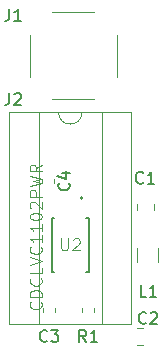
<source format=gbr>
G04 #@! TF.GenerationSoftware,KiCad,Pcbnew,(5.1.4)-1*
G04 #@! TF.CreationDate,2019-08-27T16:30:30-04:00*
G04 #@! TF.ProjectId,clock_buffer,636c6f63-6b5f-4627-9566-6665722e6b69,rev?*
G04 #@! TF.SameCoordinates,Original*
G04 #@! TF.FileFunction,Legend,Top*
G04 #@! TF.FilePolarity,Positive*
%FSLAX46Y46*%
G04 Gerber Fmt 4.6, Leading zero omitted, Abs format (unit mm)*
G04 Created by KiCad (PCBNEW (5.1.4)-1) date 2019-08-27 16:30:30*
%MOMM*%
%LPD*%
G04 APERTURE LIST*
%ADD10C,0.120000*%
%ADD11C,0.127000*%
%ADD12C,0.200000*%
%ADD13C,0.150000*%
%ADD14C,0.050000*%
G04 APERTURE END LIST*
D10*
X147826000Y-111114721D02*
X147826000Y-111440279D01*
X148846000Y-111114721D02*
X148846000Y-111440279D01*
X152148000Y-111440279D02*
X152148000Y-111114721D01*
X151128000Y-111440279D02*
X151128000Y-111114721D01*
X147690000Y-100224721D02*
X147690000Y-100550279D01*
X148710000Y-100224721D02*
X148710000Y-100550279D01*
X155775922Y-114248000D02*
X156293078Y-114248000D01*
X155775922Y-112828000D02*
X156293078Y-112828000D01*
X157174000Y-102826078D02*
X157174000Y-102308922D01*
X155754000Y-102826078D02*
X155754000Y-102308922D01*
D11*
X148564000Y-108041000D02*
X148750500Y-108041000D01*
X148564000Y-103541000D02*
X148564000Y-108041000D01*
X148750500Y-103541000D02*
X148564000Y-103541000D01*
X151664000Y-108041000D02*
X151477500Y-108041000D01*
X151664000Y-103541000D02*
X151664000Y-108041000D01*
X151477500Y-103541000D02*
X151664000Y-103541000D01*
D12*
X151189000Y-101811000D02*
G75*
G03X151189000Y-101811000I-100000J0D01*
G01*
D10*
X155744500Y-106017436D02*
X155744500Y-107221564D01*
X157564500Y-106017436D02*
X157564500Y-107221564D01*
X155254000Y-94495000D02*
X144974000Y-94495000D01*
X155254000Y-112515000D02*
X155254000Y-94495000D01*
X144974000Y-112515000D02*
X155254000Y-112515000D01*
X144974000Y-94495000D02*
X144974000Y-112515000D01*
X152764000Y-94555000D02*
X151114000Y-94555000D01*
X152764000Y-112455000D02*
X152764000Y-94555000D01*
X147464000Y-112455000D02*
X152764000Y-112455000D01*
X147464000Y-94555000D02*
X147464000Y-112455000D01*
X149114000Y-94555000D02*
X147464000Y-94555000D01*
X151114000Y-94555000D02*
G75*
G02X149114000Y-94555000I-1000000J0D01*
G01*
X148568000Y-86109000D02*
X152168000Y-86109000D01*
X148568000Y-93469000D02*
X152168000Y-93469000D01*
X154048000Y-87989000D02*
X154048000Y-91589000D01*
X146688000Y-87989000D02*
X146688000Y-91589000D01*
D13*
X148169333Y-113895142D02*
X148121714Y-113942761D01*
X147978857Y-113990380D01*
X147883619Y-113990380D01*
X147740761Y-113942761D01*
X147645523Y-113847523D01*
X147597904Y-113752285D01*
X147550285Y-113561809D01*
X147550285Y-113418952D01*
X147597904Y-113228476D01*
X147645523Y-113133238D01*
X147740761Y-113038000D01*
X147883619Y-112990380D01*
X147978857Y-112990380D01*
X148121714Y-113038000D01*
X148169333Y-113085619D01*
X148502666Y-112990380D02*
X149121714Y-112990380D01*
X148788380Y-113371333D01*
X148931238Y-113371333D01*
X149026476Y-113418952D01*
X149074095Y-113466571D01*
X149121714Y-113561809D01*
X149121714Y-113799904D01*
X149074095Y-113895142D01*
X149026476Y-113942761D01*
X148931238Y-113990380D01*
X148645523Y-113990380D01*
X148550285Y-113942761D01*
X148502666Y-113895142D01*
X151471333Y-113990380D02*
X151138000Y-113514190D01*
X150899904Y-113990380D02*
X150899904Y-112990380D01*
X151280857Y-112990380D01*
X151376095Y-113038000D01*
X151423714Y-113085619D01*
X151471333Y-113180857D01*
X151471333Y-113323714D01*
X151423714Y-113418952D01*
X151376095Y-113466571D01*
X151280857Y-113514190D01*
X150899904Y-113514190D01*
X152423714Y-113990380D02*
X151852285Y-113990380D01*
X152138000Y-113990380D02*
X152138000Y-112990380D01*
X152042761Y-113133238D01*
X151947523Y-113228476D01*
X151852285Y-113276095D01*
X149987142Y-100554166D02*
X150034761Y-100601785D01*
X150082380Y-100744642D01*
X150082380Y-100839880D01*
X150034761Y-100982738D01*
X149939523Y-101077976D01*
X149844285Y-101125595D01*
X149653809Y-101173214D01*
X149510952Y-101173214D01*
X149320476Y-101125595D01*
X149225238Y-101077976D01*
X149130000Y-100982738D01*
X149082380Y-100839880D01*
X149082380Y-100744642D01*
X149130000Y-100601785D01*
X149177619Y-100554166D01*
X149415714Y-99697023D02*
X150082380Y-99697023D01*
X149034761Y-99935119D02*
X149749047Y-100173214D01*
X149749047Y-99554166D01*
X156551333Y-112371142D02*
X156503714Y-112418761D01*
X156360857Y-112466380D01*
X156265619Y-112466380D01*
X156122761Y-112418761D01*
X156027523Y-112323523D01*
X155979904Y-112228285D01*
X155932285Y-112037809D01*
X155932285Y-111894952D01*
X155979904Y-111704476D01*
X156027523Y-111609238D01*
X156122761Y-111514000D01*
X156265619Y-111466380D01*
X156360857Y-111466380D01*
X156503714Y-111514000D01*
X156551333Y-111561619D01*
X156932285Y-111561619D02*
X156979904Y-111514000D01*
X157075142Y-111466380D01*
X157313238Y-111466380D01*
X157408476Y-111514000D01*
X157456095Y-111561619D01*
X157503714Y-111656857D01*
X157503714Y-111752095D01*
X157456095Y-111894952D01*
X156884666Y-112466380D01*
X157503714Y-112466380D01*
X156297333Y-100496642D02*
X156249714Y-100544261D01*
X156106857Y-100591880D01*
X156011619Y-100591880D01*
X155868761Y-100544261D01*
X155773523Y-100449023D01*
X155725904Y-100353785D01*
X155678285Y-100163309D01*
X155678285Y-100020452D01*
X155725904Y-99829976D01*
X155773523Y-99734738D01*
X155868761Y-99639500D01*
X156011619Y-99591880D01*
X156106857Y-99591880D01*
X156249714Y-99639500D01*
X156297333Y-99687119D01*
X157249714Y-100591880D02*
X156678285Y-100591880D01*
X156964000Y-100591880D02*
X156964000Y-99591880D01*
X156868761Y-99734738D01*
X156773523Y-99829976D01*
X156678285Y-99877595D01*
D14*
X149351135Y-105242690D02*
X149351135Y-106053234D01*
X149398814Y-106148592D01*
X149446493Y-106196271D01*
X149541851Y-106243950D01*
X149732567Y-106243950D01*
X149827925Y-106196271D01*
X149875604Y-106148592D01*
X149923283Y-106053234D01*
X149923283Y-105242690D01*
X150352395Y-105338049D02*
X150400074Y-105290370D01*
X150495432Y-105242690D01*
X150733827Y-105242690D01*
X150829185Y-105290370D01*
X150876864Y-105338049D01*
X150924543Y-105433407D01*
X150924543Y-105528765D01*
X150876864Y-105671802D01*
X150304716Y-106243950D01*
X150924543Y-106243950D01*
X147599575Y-110607795D02*
X147647220Y-110655439D01*
X147694865Y-110798374D01*
X147694865Y-110893663D01*
X147647220Y-111036597D01*
X147551930Y-111131887D01*
X147456641Y-111179532D01*
X147266062Y-111227176D01*
X147123128Y-111227176D01*
X146932549Y-111179532D01*
X146837259Y-111131887D01*
X146741970Y-111036597D01*
X146694325Y-110893663D01*
X146694325Y-110798374D01*
X146741970Y-110655439D01*
X146789614Y-110607795D01*
X147694865Y-110178992D02*
X146694325Y-110178992D01*
X146694325Y-109940768D01*
X146741970Y-109797834D01*
X146837259Y-109702544D01*
X146932549Y-109654899D01*
X147123128Y-109607255D01*
X147266062Y-109607255D01*
X147456641Y-109654899D01*
X147551930Y-109702544D01*
X147647220Y-109797834D01*
X147694865Y-109940768D01*
X147694865Y-110178992D01*
X147599575Y-108606715D02*
X147647220Y-108654359D01*
X147694865Y-108797294D01*
X147694865Y-108892583D01*
X147647220Y-109035517D01*
X147551930Y-109130807D01*
X147456641Y-109178452D01*
X147266062Y-109226096D01*
X147123128Y-109226096D01*
X146932549Y-109178452D01*
X146837259Y-109130807D01*
X146741970Y-109035517D01*
X146694325Y-108892583D01*
X146694325Y-108797294D01*
X146741970Y-108654359D01*
X146789614Y-108606715D01*
X147694865Y-107701464D02*
X147694865Y-108177912D01*
X146694325Y-108177912D01*
X146694325Y-107510885D02*
X147694865Y-107177372D01*
X146694325Y-106843858D01*
X147599575Y-105938608D02*
X147647220Y-105986253D01*
X147694865Y-106129187D01*
X147694865Y-106224476D01*
X147647220Y-106367411D01*
X147551930Y-106462700D01*
X147456641Y-106510345D01*
X147266062Y-106557990D01*
X147123128Y-106557990D01*
X146932549Y-106510345D01*
X146837259Y-106462700D01*
X146741970Y-106367411D01*
X146694325Y-106224476D01*
X146694325Y-106129187D01*
X146741970Y-105986253D01*
X146789614Y-105938608D01*
X147694865Y-104985713D02*
X147694865Y-105557450D01*
X147694865Y-105271581D02*
X146694325Y-105271581D01*
X146837259Y-105366871D01*
X146932549Y-105462160D01*
X146980193Y-105557450D01*
X147694865Y-104032817D02*
X147694865Y-104604555D01*
X147694865Y-104318686D02*
X146694325Y-104318686D01*
X146837259Y-104413975D01*
X146932549Y-104509265D01*
X146980193Y-104604555D01*
X146694325Y-103413435D02*
X146694325Y-103318146D01*
X146741970Y-103222856D01*
X146789614Y-103175212D01*
X146884904Y-103127567D01*
X147075483Y-103079922D01*
X147313707Y-103079922D01*
X147504286Y-103127567D01*
X147599575Y-103175212D01*
X147647220Y-103222856D01*
X147694865Y-103318146D01*
X147694865Y-103413435D01*
X147647220Y-103508725D01*
X147599575Y-103556370D01*
X147504286Y-103604015D01*
X147313707Y-103651659D01*
X147075483Y-103651659D01*
X146884904Y-103604015D01*
X146789614Y-103556370D01*
X146741970Y-103508725D01*
X146694325Y-103413435D01*
X146789614Y-102698764D02*
X146741970Y-102651119D01*
X146694325Y-102555830D01*
X146694325Y-102317606D01*
X146741970Y-102222316D01*
X146789614Y-102174672D01*
X146884904Y-102127027D01*
X146980193Y-102127027D01*
X147123128Y-102174672D01*
X147694865Y-102746409D01*
X147694865Y-102127027D01*
X147694865Y-101698224D02*
X146694325Y-101698224D01*
X146694325Y-101317066D01*
X146741970Y-101221776D01*
X146789614Y-101174132D01*
X146884904Y-101126487D01*
X147027838Y-101126487D01*
X147123128Y-101174132D01*
X147170772Y-101221776D01*
X147218417Y-101317066D01*
X147218417Y-101698224D01*
X146694325Y-100792974D02*
X147694865Y-100554750D01*
X146980193Y-100364171D01*
X147694865Y-100173592D01*
X146694325Y-99935368D01*
X147694865Y-98982473D02*
X147218417Y-99315986D01*
X147694865Y-99554210D02*
X146694325Y-99554210D01*
X146694325Y-99173052D01*
X146741970Y-99077762D01*
X146789614Y-99030117D01*
X146884904Y-98982473D01*
X147027838Y-98982473D01*
X147123128Y-99030117D01*
X147170772Y-99077762D01*
X147218417Y-99173052D01*
X147218417Y-99554210D01*
D13*
X156551333Y-110180380D02*
X156075142Y-110180380D01*
X156075142Y-109180380D01*
X157408476Y-110180380D02*
X156837047Y-110180380D01*
X157122761Y-110180380D02*
X157122761Y-109180380D01*
X157027523Y-109323238D01*
X156932285Y-109418476D01*
X156837047Y-109466095D01*
X144954666Y-92924380D02*
X144954666Y-93638666D01*
X144907047Y-93781523D01*
X144811809Y-93876761D01*
X144668952Y-93924380D01*
X144573714Y-93924380D01*
X145383238Y-93019619D02*
X145430857Y-92972000D01*
X145526095Y-92924380D01*
X145764190Y-92924380D01*
X145859428Y-92972000D01*
X145907047Y-93019619D01*
X145954666Y-93114857D01*
X145954666Y-93210095D01*
X145907047Y-93352952D01*
X145335619Y-93924380D01*
X145954666Y-93924380D01*
X144954666Y-85812380D02*
X144954666Y-86526666D01*
X144907047Y-86669523D01*
X144811809Y-86764761D01*
X144668952Y-86812380D01*
X144573714Y-86812380D01*
X145954666Y-86812380D02*
X145383238Y-86812380D01*
X145668952Y-86812380D02*
X145668952Y-85812380D01*
X145573714Y-85955238D01*
X145478476Y-86050476D01*
X145383238Y-86098095D01*
M02*

</source>
